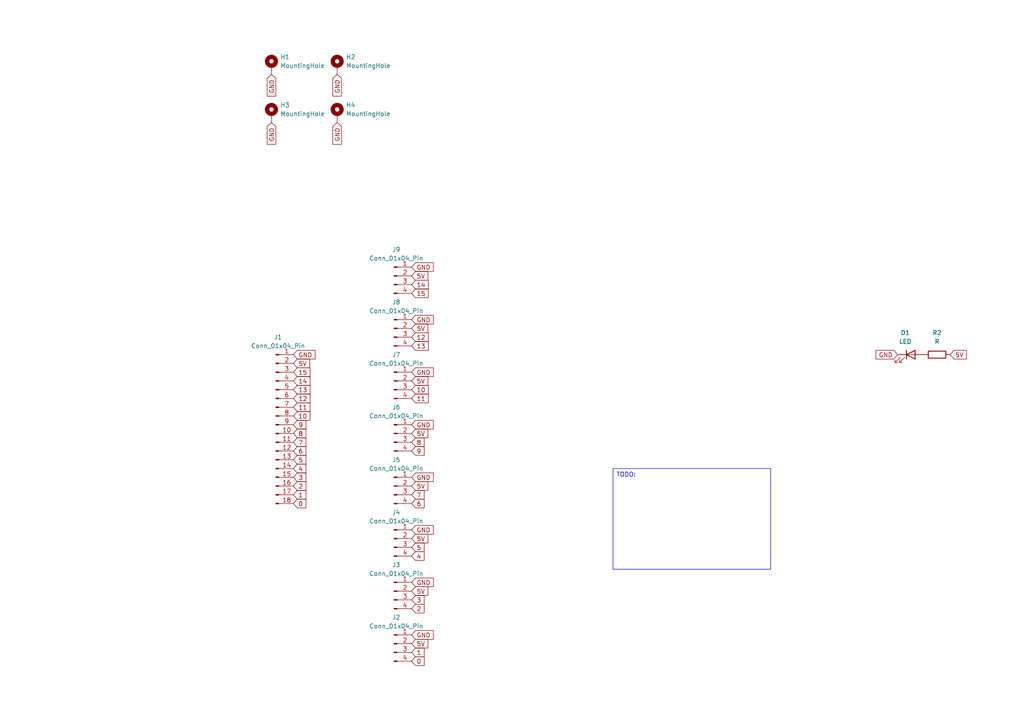
<source format=kicad_sch>
(kicad_sch (version 20231120) (generator "eeschema") (generator_version "8.0")
  (paper "A4")
  (lib_symbols
    (symbol "Connector:Conn_01x04_Pin" (pin_names (offset 1.016) hide)
      (property "Reference" "J" (at 0 5.08 0))
      (property "Value" "Conn_01x04_Pin" (at 0 -7.62 0))
      (symbol "Conn_01x04_Pin_1_1"
        (polyline (pts (xy 1.27 -5.08) (xy 0.8636 -5.08)) (stroke (width 0.1524)))
        (polyline (pts (xy 1.27 -2.54) (xy 0.8636 -2.54)) (stroke (width 0.1524)))
        (polyline (pts (xy 1.27 0) (xy 0.8636 0)) (stroke (width 0.1524)))
        (polyline (pts (xy 1.27 2.54) (xy 0.8636 2.54)) (stroke (width 0.1524)))
        (rectangle (start 0.8636 -4.953) (end 0 -5.207) (stroke (width 0.1524)) (fill (type outline)))
        (rectangle (start 0.8636 -2.413) (end 0 -2.667) (stroke (width 0.1524)) (fill (type outline)))
        (rectangle (start 0.8636 0.127) (end 0 -0.127) (stroke (width 0.1524)) (fill (type outline)))
        (rectangle (start 0.8636 2.667) (end 0 2.413) (stroke (width 0.1524)) (fill (type outline)))
        (pin passive line (at 5.08 2.54 180) (length 3.81) (name "Pin_1") (number "1"))
        (pin passive line (at 5.08 0 180) (length 3.81) (name "Pin_2") (number "2"))
        (pin passive line (at 5.08 -2.54 180) (length 3.81) (name "Pin_3") (number "3"))
        (pin passive line (at 5.08 -5.08 180) (length 3.81) (name "Pin_4") (number "4"))
      )
    )
    (symbol "Connector:Conn_01x18_Pin" (pin_names (offset 1.016) hide)
      (property "Reference" "J" (at 0 22.86 0))
      (property "Value" "Conn_01x18_Pin" (at 0 -25.4 0))
      (symbol "Conn_01x18_Pin_1_1"
        (polyline (pts (xy 1.27 -22.86) (xy 0.8636 -22.86)) (stroke (width 0.1524)))
        (polyline (pts (xy 1.27 -20.32) (xy 0.8636 -20.32)) (stroke (width 0.1524)))
        (polyline (pts (xy 1.27 -17.78) (xy 0.8636 -17.78)) (stroke (width 0.1524)))
        (polyline (pts (xy 1.27 -15.24) (xy 0.8636 -15.24)) (stroke (width 0.1524)))
        (polyline (pts (xy 1.27 -12.7) (xy 0.8636 -12.7)) (stroke (width 0.1524)))
        (polyline (pts (xy 1.27 -10.16) (xy 0.8636 -10.16)) (stroke (width 0.1524)))
        (polyline (pts (xy 1.27 -7.62) (xy 0.8636 -7.62)) (stroke (width 0.1524)))
        (polyline (pts (xy 1.27 -5.08) (xy 0.8636 -5.08)) (stroke (width 0.1524)))
        (polyline (pts (xy 1.27 -2.54) (xy 0.8636 -2.54)) (stroke (width 0.1524)))
        (polyline (pts (xy 1.27 0) (xy 0.8636 0)) (stroke (width 0.1524)))
        (polyline (pts (xy 1.27 2.54) (xy 0.8636 2.54)) (stroke (width 0.1524)))
        (polyline (pts (xy 1.27 5.08) (xy 0.8636 5.08)) (stroke (width 0.1524)))
        (polyline (pts (xy 1.27 7.62) (xy 0.8636 7.62)) (stroke (width 0.1524)))
        (polyline (pts (xy 1.27 10.16) (xy 0.8636 10.16)) (stroke (width 0.1524)))
        (polyline (pts (xy 1.27 12.7) (xy 0.8636 12.7)) (stroke (width 0.1524)))
        (polyline (pts (xy 1.27 15.24) (xy 0.8636 15.24)) (stroke (width 0.1524)))
        (polyline (pts (xy 1.27 17.78) (xy 0.8636 17.78)) (stroke (width 0.1524)))
        (polyline (pts (xy 1.27 20.32) (xy 0.8636 20.32)) (stroke (width 0.1524)))
        (rectangle (start 0.8636 -22.733) (end 0 -22.987) (stroke (width 0.1524)) (fill (type outline)))
        (rectangle (start 0.8636 -20.193) (end 0 -20.447) (stroke (width 0.1524)) (fill (type outline)))
        (rectangle (start 0.8636 -17.653) (end 0 -17.907) (stroke (width 0.1524)) (fill (type outline)))
        (rectangle (start 0.8636 -15.113) (end 0 -15.367) (stroke (width 0.1524)) (fill (type outline)))
        (rectangle (start 0.8636 -12.573) (end 0 -12.827) (stroke (width 0.1524)) (fill (type outline)))
        (rectangle (start 0.8636 -10.033) (end 0 -10.287) (stroke (width 0.1524)) (fill (type outline)))
        (rectangle (start 0.8636 -7.493) (end 0 -7.747) (stroke (width 0.1524)) (fill (type outline)))
        (rectangle (start 0.8636 -4.953) (end 0 -5.207) (stroke (width 0.1524)) (fill (type outline)))
        (rectangle (start 0.8636 -2.413) (end 0 -2.667) (stroke (width 0.1524)) (fill (type outline)))
        (rectangle (start 0.8636 0.127) (end 0 -0.127) (stroke (width 0.1524)) (fill (type outline)))
        (rectangle (start 0.8636 2.667) (end 0 2.413) (stroke (width 0.1524)) (fill (type outline)))
        (rectangle (start 0.8636 5.207) (end 0 4.953) (stroke (width 0.1524)) (fill (type outline)))
        (rectangle (start 0.8636 7.747) (end 0 7.493) (stroke (width 0.1524)) (fill (type outline)))
        (rectangle (start 0.8636 10.287) (end 0 10.033) (stroke (width 0.1524)) (fill (type outline)))
        (rectangle (start 0.8636 12.827) (end 0 12.573) (stroke (width 0.1524)) (fill (type outline)))
        (rectangle (start 0.8636 15.367) (end 0 15.113) (stroke (width 0.1524)) (fill (type outline)))
        (rectangle (start 0.8636 17.907) (end 0 17.653) (stroke (width 0.1524)) (fill (type outline)))
        (rectangle (start 0.8636 20.447) (end 0 20.193) (stroke (width 0.1524)) (fill (type outline)))
        (pin passive line (at 5.08 20.32 180) (length 3.81) (name "Pin_1") (number "1"))
        (pin passive line (at 5.08 -2.54 180) (length 3.81) (name "Pin_10") (number "10"))
        (pin passive line (at 5.08 -5.08 180) (length 3.81) (name "Pin_11") (number "11"))
        (pin passive line (at 5.08 -7.62 180) (length 3.81) (name "Pin_12") (number "12"))
        (pin passive line (at 5.08 -10.16 180) (length 3.81) (name "Pin_13") (number "13"))
        (pin passive line (at 5.08 -12.7 180) (length 3.81) (name "Pin_14") (number "14"))
        (pin passive line (at 5.08 -15.24 180) (length 3.81) (name "Pin_15") (number "15"))
        (pin passive line (at 5.08 -17.78 180) (length 3.81) (name "Pin_16") (number "16"))
        (pin passive line (at 5.08 -20.32 180) (length 3.81) (name "Pin_17") (number "17"))
        (pin passive line (at 5.08 -22.86 180) (length 3.81) (name "Pin_18") (number "18"))
        (pin passive line (at 5.08 17.78 180) (length 3.81) (name "Pin_2") (number "2"))
        (pin passive line (at 5.08 15.24 180) (length 3.81) (name "Pin_3") (number "3"))
        (pin passive line (at 5.08 12.7 180) (length 3.81) (name "Pin_4") (number "4"))
        (pin passive line (at 5.08 10.16 180) (length 3.81) (name "Pin_5") (number "5"))
        (pin passive line (at 5.08 7.62 180) (length 3.81) (name "Pin_6") (number "6"))
        (pin passive line (at 5.08 5.08 180) (length 3.81) (name "Pin_7") (number "7"))
        (pin passive line (at 5.08 2.54 180) (length 3.81) (name "Pin_8") (number "8"))
        (pin passive line (at 5.08 0 180) (length 3.81) (name "Pin_9") (number "9"))
      )
    )
    (symbol "Device:LED" (pin_numbers hide) (pin_names (offset 1.016) hide)
      (property "Reference" "D" (at 0 2.54 0))
      (property "Value" "LED" (at 0 -2.54 0))
      (symbol "LED_0_1"
        (polyline (pts (xy -1.27 -1.27) (xy -1.27 1.27)) (stroke (width 0.254)))
        (polyline (pts (xy -1.27 0) (xy 1.27 0)))
        (polyline (pts (xy 1.27 -1.27) (xy 1.27 1.27) (xy -1.27 0) (xy 1.27 -1.27)) (stroke (width 0.254)))
        (polyline (pts (xy -3.048 -0.762) (xy -4.572 -2.286) (xy -3.81 -2.286) (xy -4.572 -2.286) (xy -4.572 -1.524)))
        (polyline (pts (xy -1.778 -0.762) (xy -3.302 -2.286) (xy -2.54 -2.286) (xy -3.302 -2.286) (xy -3.302 -1.524)))
      )
      (symbol "LED_1_1"
        (pin passive line (at -3.81 0 0) (length 2.54) (name "K") (number "1"))
        (pin passive line (at 3.81 0 180) (length 2.54) (name "A") (number "2"))
      )
    )
    (symbol "Device:R" (pin_numbers hide) (pin_names (offset 0))
      (property "Reference" "R" (at 2.032 0 90))
      (property "Value" "R" (at 0 0 90))
      (symbol "R_0_1"
        (rectangle (start -1.016 -2.54) (end 1.016 2.54) (stroke (width 0.254)))
      )
      (symbol "R_1_1"
        (pin passive line (at 0 3.81 270) (length 1.27) (name "~") (number "1"))
        (pin passive line (at 0 -3.81 90) (length 1.27) (name "~") (number "2"))
      )
    )
    (symbol "Mechanical:MountingHole_Pad" (pin_numbers hide) (pin_names (offset 1.016) hide) (exclude_from_sim yes) (in_bom no)
      (property "Reference" "H" (at 0 6.35 0))
      (property "Value" "MountingHole_Pad" (at 0 4.445 0))
      (symbol "MountingHole_Pad_0_1"
        (circle (center 0 1.27) (radius 1.27) (stroke (width 1.27)))
      )
      (symbol "MountingHole_Pad_1_1"
        (pin input line (at 0 -2.54 90) (length 2.54) (name "1") (number "1"))
      )
    )
  )
  (text_box "TODO:" (at 177.8 135.89 0) (size 45.72 29.21) (effects (font (size 1.27 1.27)) (justify left top)))
  (global_label "10" (shape input) (at 119.38 113.03 0) (property "Intersheetrefs" "${INTERSHEET_REFS}" (effects (hide yes))))
  (global_label "5V" (shape input) (at 119.38 110.49 0) (property "Intersheetrefs" "${INTERSHEET_REFS}" (effects (hide yes))))
  (global_label "9" (shape input) (at 119.38 130.81 0) (property "Intersheetrefs" "${INTERSHEET_REFS}" (effects (hide yes))))
  (global_label "GND" (shape input) (at 85.09 102.87 0) (property "Intersheetrefs" "${INTERSHEET_REFS}" (effects (hide yes))))
  (global_label "5V" (shape input) (at 119.38 125.73 0) (property "Intersheetrefs" "${INTERSHEET_REFS}" (effects (hide yes))))
  (global_label "GND" (shape input) (at 97.79 21.59 270) (property "Intersheetrefs" "${INTERSHEET_REFS}" (effects (hide yes))))
  (global_label "2" (shape input) (at 85.09 140.97 0) (property "Intersheetrefs" "${INTERSHEET_REFS}" (effects (hide yes))))
  (global_label "7" (shape input) (at 119.38 143.51 0) (property "Intersheetrefs" "${INTERSHEET_REFS}" (effects (hide yes))))
  (global_label "GND" (shape input) (at 119.38 77.47 0) (property "Intersheetrefs" "${INTERSHEET_REFS}" (effects (hide yes))))
  (global_label "3" (shape input) (at 85.09 138.43 0) (property "Intersheetrefs" "${INTERSHEET_REFS}" (effects (hide yes))))
  (global_label "1" (shape input) (at 119.38 189.23 0) (property "Intersheetrefs" "${INTERSHEET_REFS}" (effects (hide yes))))
  (global_label "GND" (shape input) (at 119.38 153.67 0) (property "Intersheetrefs" "${INTERSHEET_REFS}" (effects (hide yes))))
  (global_label "8" (shape input) (at 119.38 128.27 0) (property "Intersheetrefs" "${INTERSHEET_REFS}" (effects (hide yes))))
  (global_label "10" (shape input) (at 85.09 120.65 0) (property "Intersheetrefs" "${INTERSHEET_REFS}" (effects (hide yes))))
  (global_label "5V" (shape input) (at 119.38 140.97 0) (property "Intersheetrefs" "${INTERSHEET_REFS}" (effects (hide yes))))
  (global_label "1" (shape input) (at 85.09 143.51 0) (property "Intersheetrefs" "${INTERSHEET_REFS}" (effects (hide yes))))
  (global_label "4" (shape input) (at 119.38 161.29 0) (property "Intersheetrefs" "${INTERSHEET_REFS}" (effects (hide yes))))
  (global_label "6" (shape input) (at 119.38 146.05 0) (property "Intersheetrefs" "${INTERSHEET_REFS}" (effects (hide yes))))
  (global_label "5V" (shape input) (at 85.09 105.41 0) (property "Intersheetrefs" "${INTERSHEET_REFS}" (effects (hide yes))))
  (global_label "5V" (shape input) (at 119.38 171.45 0) (property "Intersheetrefs" "${INTERSHEET_REFS}" (effects (hide yes))))
  (global_label "9" (shape input) (at 85.09 123.19 0) (property "Intersheetrefs" "${INTERSHEET_REFS}" (effects (hide yes))))
  (global_label "7" (shape input) (at 85.09 128.27 0) (property "Intersheetrefs" "${INTERSHEET_REFS}" (effects (hide yes))))
  (global_label "11" (shape input) (at 119.38 115.57 0) (property "Intersheetrefs" "${INTERSHEET_REFS}" (effects (hide yes))))
  (global_label "GND" (shape input) (at 119.38 138.43 0) (property "Intersheetrefs" "${INTERSHEET_REFS}" (effects (hide yes))))
  (global_label "12" (shape input) (at 119.38 97.79 0) (property "Intersheetrefs" "${INTERSHEET_REFS}" (effects (hide yes))))
  (global_label "5V" (shape input) (at 119.38 95.25 0) (property "Intersheetrefs" "${INTERSHEET_REFS}" (effects (hide yes))))
  (global_label "12" (shape input) (at 85.09 115.57 0) (property "Intersheetrefs" "${INTERSHEET_REFS}" (effects (hide yes))))
  (global_label "0" (shape input) (at 119.38 191.77 0) (property "Intersheetrefs" "${INTERSHEET_REFS}" (effects (hide yes))))
  (global_label "15" (shape input) (at 85.09 107.95 0) (property "Intersheetrefs" "${INTERSHEET_REFS}" (effects (hide yes))))
  (global_label "5" (shape input) (at 119.38 158.75 0) (property "Intersheetrefs" "${INTERSHEET_REFS}" (effects (hide yes))))
  (global_label "GND" (shape input) (at 119.38 168.91 0) (property "Intersheetrefs" "${INTERSHEET_REFS}" (effects (hide yes))))
  (global_label "14" (shape input) (at 85.09 110.49 0) (property "Intersheetrefs" "${INTERSHEET_REFS}" (effects (hide yes))))
  (global_label "GND" (shape input) (at 119.38 123.19 0) (property "Intersheetrefs" "${INTERSHEET_REFS}" (effects (hide yes))))
  (global_label "GND" (shape input) (at 78.74 35.56 270) (property "Intersheetrefs" "${INTERSHEET_REFS}" (effects (hide yes))))
  (global_label "5V" (shape input) (at 119.38 156.21 0) (property "Intersheetrefs" "${INTERSHEET_REFS}" (effects (hide yes))))
  (global_label "6" (shape input) (at 85.09 130.81 0) (property "Intersheetrefs" "${INTERSHEET_REFS}" (effects (hide yes))))
  (global_label "5V" (shape input) (at 119.38 80.01 0) (property "Intersheetrefs" "${INTERSHEET_REFS}" (effects (hide yes))))
  (global_label "11" (shape input) (at 85.09 118.11 0) (property "Intersheetrefs" "${INTERSHEET_REFS}" (effects (hide yes))))
  (global_label "3" (shape input) (at 119.38 173.99 0) (property "Intersheetrefs" "${INTERSHEET_REFS}" (effects (hide yes))))
  (global_label "GND" (shape input) (at 78.74 21.59 270) (property "Intersheetrefs" "${INTERSHEET_REFS}" (effects (hide yes))))
  (global_label "15" (shape input) (at 119.38 85.09 0) (property "Intersheetrefs" "${INTERSHEET_REFS}" (effects (hide yes))))
  (global_label "2" (shape input) (at 119.38 176.53 0) (property "Intersheetrefs" "${INTERSHEET_REFS}" (effects (hide yes))))
  (global_label "5" (shape input) (at 85.09 133.35 0) (property "Intersheetrefs" "${INTERSHEET_REFS}" (effects (hide yes))))
  (global_label "GND" (shape input) (at 97.79 35.56 270) (property "Intersheetrefs" "${INTERSHEET_REFS}" (effects (hide yes))))
  (global_label "13" (shape input) (at 119.38 100.33 0) (property "Intersheetrefs" "${INTERSHEET_REFS}" (effects (hide yes))))
  (global_label "GND" (shape input) (at 119.38 107.95 0) (property "Intersheetrefs" "${INTERSHEET_REFS}" (effects (hide yes))))
  (global_label "0" (shape input) (at 85.09 146.05 0) (property "Intersheetrefs" "${INTERSHEET_REFS}" (effects (hide yes))))
  (global_label "GND" (shape input) (at 119.38 92.71 0) (property "Intersheetrefs" "${INTERSHEET_REFS}" (effects (hide yes))))
  (global_label "5V" (shape input) (at 119.38 186.69 0) (property "Intersheetrefs" "${INTERSHEET_REFS}" (effects (hide yes))))
  (global_label "13" (shape input) (at 85.09 113.03 0) (property "Intersheetrefs" "${INTERSHEET_REFS}" (effects (hide yes))))
  (global_label "4" (shape input) (at 85.09 135.89 0) (property "Intersheetrefs" "${INTERSHEET_REFS}" (effects (hide yes))))
  (global_label "GND" (shape input) (at 119.38 184.15 0) (property "Intersheetrefs" "${INTERSHEET_REFS}" (effects (hide yes))))
  (global_label "14" (shape input) (at 119.38 82.55 0) (property "Intersheetrefs" "${INTERSHEET_REFS}" (effects (hide yes))))
  (global_label "GND" (shape input) (at 260.35 102.87 180) (property "Intersheetrefs" "${INTERSHEET_REFS}" (effects (hide yes))))
  (global_label "5V" (shape input) (at 275.59 102.87 0) (property "Intersheetrefs" "${INTERSHEET_REFS}" (effects (hide yes))))
  (global_label "8" (shape input) (at 85.09 125.73 0) (property "Intersheetrefs" "${INTERSHEET_REFS}" (effects (hide yes))))
  (symbol (lib_id "Connector:Conn_01x04_Pin") (at 114.3 95.25 0) (unit 1)
    (property "Reference" "J8" (at 114.935 87.63 0))
    (property "Value" "Conn_01x04_Pin" (at 114.935 90.17 0))
    (property "Footprint" "Connector_PinHeader_2.54mm:PinHeader_1x04_P2.54mm_Vertical" (effects (hide yes)))
  )
  (symbol (lib_id "Connector:Conn_01x18_Pin") (at 80.01 123.19 0) (unit 1)
    (property "Reference" "J1" (at 80.645 97.79 0))
    (property "Value" "Conn_01x04_Pin" (at 80.645 100.33 0))
    (property "Footprint" "Connector_PinHeader_2.54mm:PinHeader_1x18_P2.54mm_Vertical" (effects (hide yes)))
    (property "Description" "Generic connector, single row, 01x18, script generated" (effects (hide yes)))
  )
  (symbol (lib_id "Connector:Conn_01x04_Pin") (at 114.3 125.73 0) (unit 1)
    (property "Reference" "J6" (at 114.935 118.11 0))
    (property "Value" "Conn_01x04_Pin" (at 114.935 120.65 0))
    (property "Footprint" "Connector_PinHeader_2.54mm:PinHeader_1x04_P2.54mm_Vertical" (effects (hide yes)))
  )
  (symbol (lib_id "Mechanical:MountingHole_Pad") (at 78.74 33.02 0) (unit 1) (exclude_from_sim yes) (in_bom no)
    (property "Reference" "H3" (at 81.28 30.4799 0) (effects (justify left)))
    (property "Value" "MountingHole" (at 81.28 33.0199 0) (effects (justify left)))
    (property "Footprint" "MountingHole:MountingHole_3.2mm_M3_Pad_Via" (effects (hide yes)))
    (property "Description" "Mounting Hole with connection" (effects (hide yes)))
  )
  (symbol (lib_id "Mechanical:MountingHole_Pad") (at 97.79 19.05 0) (unit 1) (exclude_from_sim yes) (in_bom no)
    (property "Reference" "H2" (at 100.33 16.5099 0) (effects (justify left)))
    (property "Value" "MountingHole" (at 100.33 19.0499 0) (effects (justify left)))
    (property "Footprint" "MountingHole:MountingHole_3.2mm_M3_Pad_Via" (effects (hide yes)))
    (property "Description" "Mounting Hole with connection" (effects (hide yes)))
  )
  (symbol (lib_id "Connector:Conn_01x04_Pin") (at 114.3 110.49 0) (unit 1)
    (property "Reference" "J7" (at 114.935 102.87 0))
    (property "Value" "Conn_01x04_Pin" (at 114.935 105.41 0))
    (property "Footprint" "Connector_PinHeader_2.54mm:PinHeader_1x04_P2.54mm_Vertical" (effects (hide yes)))
  )
  (symbol (lib_id "Connector:Conn_01x04_Pin") (at 114.3 80.01 0) (unit 1)
    (property "Reference" "J9" (at 114.935 72.39 0))
    (property "Value" "Conn_01x04_Pin" (at 114.935 74.93 0))
    (property "Footprint" "Connector_PinHeader_2.54mm:PinHeader_1x04_P2.54mm_Vertical" (effects (hide yes)))
  )
  (symbol (lib_id "Connector:Conn_01x04_Pin") (at 114.3 171.45 0) (unit 1)
    (property "Reference" "J3" (at 114.935 163.83 0))
    (property "Value" "Conn_01x04_Pin" (at 114.935 166.37 0))
    (property "Footprint" "Connector_PinHeader_2.54mm:PinHeader_1x04_P2.54mm_Vertical" (effects (hide yes)))
  )
  (symbol (lib_id "Connector:Conn_01x04_Pin") (at 114.3 156.21 0) (unit 1)
    (property "Reference" "J4" (at 114.935 148.59 0))
    (property "Value" "Conn_01x04_Pin" (at 114.935 151.13 0))
    (property "Footprint" "Connector_PinHeader_2.54mm:PinHeader_1x04_P2.54mm_Vertical" (effects (hide yes)))
  )
  (symbol (lib_id "Device:LED") (at 264.16 102.87 0) (unit 1)
    (property "Reference" "D1" (at 262.5725 96.52 0))
    (property "Value" "LED" (at 262.5725 99.06 0))
    (property "Footprint" "LED_SMD:LED_0805_2012Metric_Pad1.15x1.40mm_HandSolder" (effects (hide yes)))
    (property "Description" "Light emitting diode" (effects (hide yes)))
  )
  (symbol (lib_id "Device:R") (at 271.78 102.87 90) (unit 1)
    (property "Reference" "R2" (at 271.78 96.52 90))
    (property "Value" "R" (at 271.78 99.06 90))
    (property "Footprint" "Resistor_SMD:R_0805_2012Metric_Pad1.20x1.40mm_HandSolder" (effects (hide yes)))
    (property "Description" "Resistor" (effects (hide yes)))
  )
  (symbol (lib_id "Connector:Conn_01x04_Pin") (at 114.3 186.69 0) (unit 1)
    (property "Reference" "J2" (at 114.935 179.07 0))
    (property "Value" "Conn_01x04_Pin" (at 114.935 181.61 0))
    (property "Footprint" "Connector_PinHeader_2.54mm:PinHeader_1x04_P2.54mm_Vertical" (effects (hide yes)))
  )
  (symbol (lib_id "Mechanical:MountingHole_Pad") (at 97.79 33.02 0) (unit 1) (exclude_from_sim yes) (in_bom no)
    (property "Reference" "H4" (at 100.33 30.4799 0) (effects (justify left)))
    (property "Value" "MountingHole" (at 100.33 33.0199 0) (effects (justify left)))
    (property "Footprint" "MountingHole:MountingHole_3.2mm_M3_Pad_Via" (effects (hide yes)))
    (property "Description" "Mounting Hole with connection" (effects (hide yes)))
  )
  (symbol (lib_id "Connector:Conn_01x04_Pin") (at 114.3 140.97 0) (unit 1)
    (property "Reference" "J5" (at 114.935 133.35 0))
    (property "Value" "Conn_01x04_Pin" (at 114.935 135.89 0))
    (property "Footprint" "Connector_PinHeader_2.54mm:PinHeader_1x04_P2.54mm_Vertical" (effects (hide yes)))
  )
  (symbol (lib_id "Mechanical:MountingHole_Pad") (at 78.74 19.05 0) (unit 1) (exclude_from_sim yes) (in_bom no)
    (property "Reference" "H1" (at 81.28 16.5099 0) (effects (justify left)))
    (property "Value" "MountingHole" (at 81.28 19.0499 0) (effects (justify left)))
    (property "Footprint" "MountingHole:MountingHole_3.2mm_M3_Pad_Via" (effects (hide yes)))
    (property "Description" "Mounting Hole with connection" (effects (hide yes)))
  )
)
</source>
